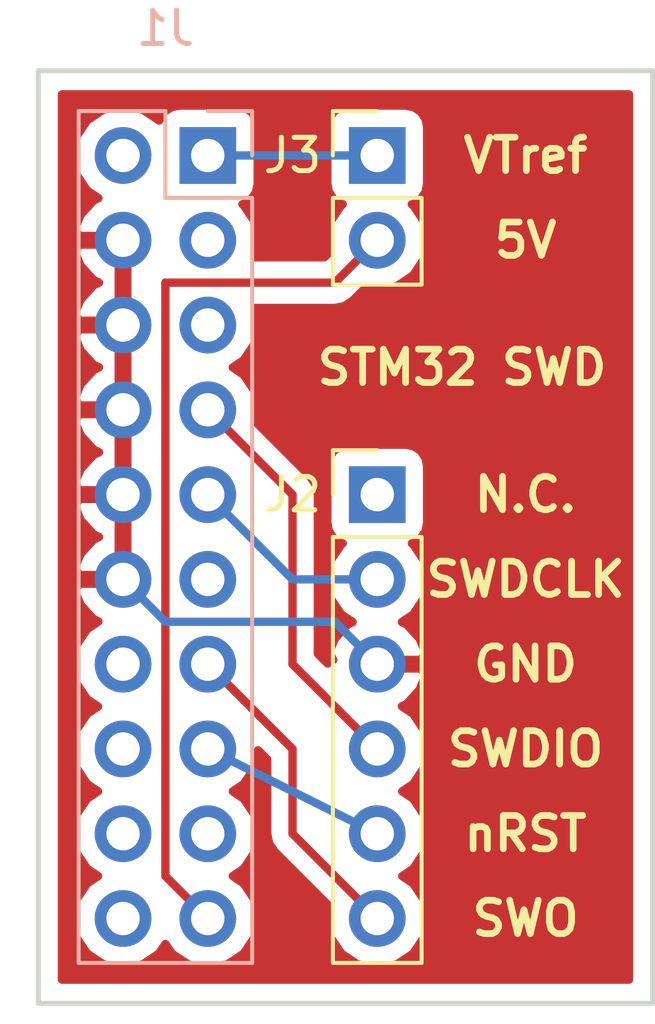
<source format=kicad_pcb>
(kicad_pcb (version 4) (host pcbnew 4.0.6)

  (general
    (links 11)
    (no_connects 0)
    (area 123.236667 100.835 142.950001 130.405)
    (thickness 1.6)
    (drawings 13)
    (tracks 22)
    (zones 0)
    (modules 3)
    (nets 18)
  )

  (page A4)
  (layers
    (0 F.Cu signal)
    (31 B.Cu signal)
    (32 B.Adhes user)
    (33 F.Adhes user)
    (34 B.Paste user)
    (35 F.Paste user)
    (36 B.SilkS user)
    (37 F.SilkS user)
    (38 B.Mask user)
    (39 F.Mask user)
    (40 Dwgs.User user)
    (41 Cmts.User user)
    (42 Eco1.User user)
    (43 Eco2.User user)
    (44 Edge.Cuts user)
    (45 Margin user)
    (46 B.CrtYd user)
    (47 F.CrtYd user)
    (48 B.Fab user)
    (49 F.Fab user)
  )

  (setup
    (last_trace_width 0.25)
    (trace_clearance 0.2)
    (zone_clearance 0.508)
    (zone_45_only no)
    (trace_min 0.2)
    (segment_width 0.2)
    (edge_width 0.15)
    (via_size 0.6)
    (via_drill 0.4)
    (via_min_size 0.4)
    (via_min_drill 0.3)
    (uvia_size 0.3)
    (uvia_drill 0.1)
    (uvias_allowed no)
    (uvia_min_size 0.2)
    (uvia_min_drill 0.1)
    (pcb_text_width 0.3)
    (pcb_text_size 1.5 1.5)
    (mod_edge_width 0.15)
    (mod_text_size 1 1)
    (mod_text_width 0.15)
    (pad_size 1.524 1.524)
    (pad_drill 0.762)
    (pad_to_mask_clearance 0.2)
    (aux_axis_origin 0 0)
    (visible_elements FFFFFF7F)
    (pcbplotparams
      (layerselection 0x00030_80000001)
      (usegerberextensions false)
      (excludeedgelayer true)
      (linewidth 0.100000)
      (plotframeref false)
      (viasonmask false)
      (mode 1)
      (useauxorigin false)
      (hpglpennumber 1)
      (hpglpenspeed 20)
      (hpglpendiameter 15)
      (hpglpenoverlay 2)
      (psnegative false)
      (psa4output false)
      (plotreference true)
      (plotvalue true)
      (plotinvisibletext false)
      (padsonsilk false)
      (subtractmaskfromsilk false)
      (outputformat 1)
      (mirror false)
      (drillshape 1)
      (scaleselection 1)
      (outputdirectory ""))
  )

  (net 0 "")
  (net 1 /VTref)
  (net 2 "Net-(J1-Pad2)")
  (net 3 "Net-(J1-Pad3)")
  (net 4 /GND)
  (net 5 "Net-(J1-Pad5)")
  (net 6 /SWDIO)
  (net 7 /SWCLK)
  (net 8 "Net-(J1-Pad11)")
  (net 9 /SWO)
  (net 10 "Net-(J1-Pad14)")
  (net 11 /nRST)
  (net 12 "Net-(J1-Pad16)")
  (net 13 "Net-(J1-Pad17)")
  (net 14 "Net-(J1-Pad18)")
  (net 15 /5V)
  (net 16 "Net-(J1-Pad20)")
  (net 17 "Net-(J2-Pad1)")

  (net_class Default "This is the default net class."
    (clearance 0.2)
    (trace_width 0.25)
    (via_dia 0.6)
    (via_drill 0.4)
    (uvia_dia 0.3)
    (uvia_drill 0.1)
    (add_net /5V)
    (add_net /GND)
    (add_net /SWCLK)
    (add_net /SWDIO)
    (add_net /SWO)
    (add_net /VTref)
    (add_net /nRST)
    (add_net "Net-(J1-Pad11)")
    (add_net "Net-(J1-Pad14)")
    (add_net "Net-(J1-Pad16)")
    (add_net "Net-(J1-Pad17)")
    (add_net "Net-(J1-Pad18)")
    (add_net "Net-(J1-Pad2)")
    (add_net "Net-(J1-Pad20)")
    (add_net "Net-(J1-Pad3)")
    (add_net "Net-(J1-Pad5)")
    (add_net "Net-(J2-Pad1)")
  )

  (module Pin_Headers:Pin_Header_Straight_2x10_Pitch2.54mm (layer B.Cu) (tedit 5AA6543C) (tstamp 5AA597EF)
    (at 129.54 104.14 180)
    (descr "Through hole straight pin header, 2x10, 2.54mm pitch, double rows")
    (tags "Through hole pin header THT 2x10 2.54mm double row")
    (path /5AA44AAC)
    (fp_text reference J1 (at 1.27 3.81 180) (layer B.SilkS)
      (effects (font (size 1 1) (thickness 0.15)) (justify mirror))
    )
    (fp_text value CONN_02X10 (at 1.27 -25.19 180) (layer B.Fab)
      (effects (font (size 1 1) (thickness 0.15)) (justify mirror))
    )
    (fp_line (start 0 1.27) (end 3.81 1.27) (layer B.Fab) (width 0.1))
    (fp_line (start 3.81 1.27) (end 3.81 -24.13) (layer B.Fab) (width 0.1))
    (fp_line (start 3.81 -24.13) (end -1.27 -24.13) (layer B.Fab) (width 0.1))
    (fp_line (start -1.27 -24.13) (end -1.27 0) (layer B.Fab) (width 0.1))
    (fp_line (start -1.27 0) (end 0 1.27) (layer B.Fab) (width 0.1))
    (fp_line (start -1.33 -24.19) (end 3.87 -24.19) (layer B.SilkS) (width 0.12))
    (fp_line (start -1.33 -1.27) (end -1.33 -24.19) (layer B.SilkS) (width 0.12))
    (fp_line (start 3.87 1.33) (end 3.87 -24.19) (layer B.SilkS) (width 0.12))
    (fp_line (start -1.33 -1.27) (end 1.27 -1.27) (layer B.SilkS) (width 0.12))
    (fp_line (start 1.27 -1.27) (end 1.27 1.33) (layer B.SilkS) (width 0.12))
    (fp_line (start 1.27 1.33) (end 3.87 1.33) (layer B.SilkS) (width 0.12))
    (fp_line (start -1.33 0) (end -1.33 1.33) (layer B.SilkS) (width 0.12))
    (fp_line (start -1.33 1.33) (end 0 1.33) (layer B.SilkS) (width 0.12))
    (fp_line (start -1.8 1.8) (end -1.8 -24.65) (layer B.CrtYd) (width 0.05))
    (fp_line (start -1.8 -24.65) (end 4.35 -24.65) (layer B.CrtYd) (width 0.05))
    (fp_line (start 4.35 -24.65) (end 4.35 1.8) (layer B.CrtYd) (width 0.05))
    (fp_line (start 4.35 1.8) (end -1.8 1.8) (layer B.CrtYd) (width 0.05))
    (fp_text user %R (at 1.27 -11.43 450) (layer B.Fab)
      (effects (font (size 1 1) (thickness 0.15)) (justify mirror))
    )
    (pad 1 thru_hole rect (at 0 0 180) (size 1.7 1.7) (drill 1) (layers *.Cu *.Mask)
      (net 1 /VTref))
    (pad 2 thru_hole oval (at 2.54 0 180) (size 1.7 1.7) (drill 1) (layers *.Cu *.Mask)
      (net 2 "Net-(J1-Pad2)"))
    (pad 3 thru_hole oval (at 0 -2.54 180) (size 1.7 1.7) (drill 1) (layers *.Cu *.Mask)
      (net 3 "Net-(J1-Pad3)"))
    (pad 4 thru_hole oval (at 2.54 -2.54 180) (size 1.7 1.7) (drill 1) (layers *.Cu *.Mask)
      (net 4 /GND))
    (pad 5 thru_hole oval (at 0 -5.08 180) (size 1.7 1.7) (drill 1) (layers *.Cu *.Mask)
      (net 5 "Net-(J1-Pad5)"))
    (pad 6 thru_hole oval (at 2.54 -5.08 180) (size 1.7 1.7) (drill 1) (layers *.Cu *.Mask)
      (net 4 /GND))
    (pad 7 thru_hole oval (at 0 -7.62 180) (size 1.7 1.7) (drill 1) (layers *.Cu *.Mask)
      (net 6 /SWDIO))
    (pad 8 thru_hole oval (at 2.54 -7.62 180) (size 1.7 1.7) (drill 1) (layers *.Cu *.Mask)
      (net 4 /GND))
    (pad 9 thru_hole oval (at 0 -10.16 180) (size 1.7 1.7) (drill 1) (layers *.Cu *.Mask)
      (net 7 /SWCLK))
    (pad 10 thru_hole oval (at 2.54 -10.16 180) (size 1.7 1.7) (drill 1) (layers *.Cu *.Mask)
      (net 4 /GND))
    (pad 11 thru_hole oval (at 0 -12.7 180) (size 1.7 1.7) (drill 1) (layers *.Cu *.Mask)
      (net 8 "Net-(J1-Pad11)"))
    (pad 12 thru_hole oval (at 2.54 -12.7 180) (size 1.7 1.7) (drill 1) (layers *.Cu *.Mask)
      (net 4 /GND))
    (pad 13 thru_hole oval (at 0 -15.24 180) (size 1.7 1.7) (drill 1) (layers *.Cu *.Mask)
      (net 9 /SWO))
    (pad 14 thru_hole oval (at 2.54 -15.24 180) (size 1.7 1.7) (drill 1) (layers *.Cu *.Mask)
      (net 10 "Net-(J1-Pad14)"))
    (pad 15 thru_hole oval (at 0 -17.78 180) (size 1.7 1.7) (drill 1) (layers *.Cu *.Mask)
      (net 11 /nRST))
    (pad 16 thru_hole oval (at 2.54 -17.78 180) (size 1.7 1.7) (drill 1) (layers *.Cu *.Mask)
      (net 12 "Net-(J1-Pad16)"))
    (pad 17 thru_hole oval (at 0 -20.32 180) (size 1.7 1.7) (drill 1) (layers *.Cu *.Mask)
      (net 13 "Net-(J1-Pad17)"))
    (pad 18 thru_hole oval (at 2.54 -20.32 180) (size 1.7 1.7) (drill 1) (layers *.Cu *.Mask)
      (net 14 "Net-(J1-Pad18)"))
    (pad 19 thru_hole oval (at 0 -22.86 180) (size 1.7 1.7) (drill 1) (layers *.Cu *.Mask)
      (net 15 /5V))
    (pad 20 thru_hole oval (at 2.54 -22.86 180) (size 1.7 1.7) (drill 1) (layers *.Cu *.Mask)
      (net 16 "Net-(J1-Pad20)"))
    (model ${KISYS3DMOD}/Pin_Headers.3dshapes/Pin_Header_Straight_2x10_Pitch2.54mm.wrl
      (at (xyz 0 0 0))
      (scale (xyz 1 1 1))
      (rotate (xyz 0 0 0))
    )
  )

  (module Pin_Headers:Pin_Header_Straight_1x06_Pitch2.54mm (layer F.Cu) (tedit 5AA65422) (tstamp 5AA59809)
    (at 134.62 114.3)
    (descr "Through hole straight pin header, 1x06, 2.54mm pitch, single row")
    (tags "Through hole pin header THT 1x06 2.54mm single row")
    (path /5AA44B05)
    (fp_text reference J2 (at -2.54 0) (layer F.SilkS)
      (effects (font (size 1 1) (thickness 0.15)))
    )
    (fp_text value CONN_01X06 (at 0 15.03) (layer F.Fab)
      (effects (font (size 1 1) (thickness 0.15)))
    )
    (fp_line (start -0.635 -1.27) (end 1.27 -1.27) (layer F.Fab) (width 0.1))
    (fp_line (start 1.27 -1.27) (end 1.27 13.97) (layer F.Fab) (width 0.1))
    (fp_line (start 1.27 13.97) (end -1.27 13.97) (layer F.Fab) (width 0.1))
    (fp_line (start -1.27 13.97) (end -1.27 -0.635) (layer F.Fab) (width 0.1))
    (fp_line (start -1.27 -0.635) (end -0.635 -1.27) (layer F.Fab) (width 0.1))
    (fp_line (start -1.33 14.03) (end 1.33 14.03) (layer F.SilkS) (width 0.12))
    (fp_line (start -1.33 1.27) (end -1.33 14.03) (layer F.SilkS) (width 0.12))
    (fp_line (start 1.33 1.27) (end 1.33 14.03) (layer F.SilkS) (width 0.12))
    (fp_line (start -1.33 1.27) (end 1.33 1.27) (layer F.SilkS) (width 0.12))
    (fp_line (start -1.33 0) (end -1.33 -1.33) (layer F.SilkS) (width 0.12))
    (fp_line (start -1.33 -1.33) (end 0 -1.33) (layer F.SilkS) (width 0.12))
    (fp_line (start -1.8 -1.8) (end -1.8 14.5) (layer F.CrtYd) (width 0.05))
    (fp_line (start -1.8 14.5) (end 1.8 14.5) (layer F.CrtYd) (width 0.05))
    (fp_line (start 1.8 14.5) (end 1.8 -1.8) (layer F.CrtYd) (width 0.05))
    (fp_line (start 1.8 -1.8) (end -1.8 -1.8) (layer F.CrtYd) (width 0.05))
    (fp_text user %R (at 0 6.35 90) (layer F.Fab)
      (effects (font (size 1 1) (thickness 0.15)))
    )
    (pad 1 thru_hole rect (at 0 0) (size 1.7 1.7) (drill 1) (layers *.Cu *.Mask)
      (net 17 "Net-(J2-Pad1)"))
    (pad 2 thru_hole oval (at 0 2.54) (size 1.7 1.7) (drill 1) (layers *.Cu *.Mask)
      (net 7 /SWCLK))
    (pad 3 thru_hole oval (at 0 5.08) (size 1.7 1.7) (drill 1) (layers *.Cu *.Mask)
      (net 4 /GND))
    (pad 4 thru_hole oval (at 0 7.62) (size 1.7 1.7) (drill 1) (layers *.Cu *.Mask)
      (net 6 /SWDIO))
    (pad 5 thru_hole oval (at 0 10.16) (size 1.7 1.7) (drill 1) (layers *.Cu *.Mask)
      (net 11 /nRST))
    (pad 6 thru_hole oval (at 0 12.7) (size 1.7 1.7) (drill 1) (layers *.Cu *.Mask)
      (net 9 /SWO))
    (model ${KISYS3DMOD}/Pin_Headers.3dshapes/Pin_Header_Straight_1x06_Pitch2.54mm.wrl
      (at (xyz 0 0 0))
      (scale (xyz 1 1 1))
      (rotate (xyz 0 0 0))
    )
  )

  (module Pin_Headers:Pin_Header_Straight_1x02_Pitch2.54mm (layer F.Cu) (tedit 5AA6541A) (tstamp 5AA5981F)
    (at 134.62 104.14)
    (descr "Through hole straight pin header, 1x02, 2.54mm pitch, single row")
    (tags "Through hole pin header THT 1x02 2.54mm single row")
    (path /5AA44BAF)
    (fp_text reference J3 (at -2.54 0) (layer F.SilkS)
      (effects (font (size 1 1) (thickness 0.15)))
    )
    (fp_text value CONN_01X02 (at 0 4.87) (layer F.Fab)
      (effects (font (size 1 1) (thickness 0.15)))
    )
    (fp_line (start -0.635 -1.27) (end 1.27 -1.27) (layer F.Fab) (width 0.1))
    (fp_line (start 1.27 -1.27) (end 1.27 3.81) (layer F.Fab) (width 0.1))
    (fp_line (start 1.27 3.81) (end -1.27 3.81) (layer F.Fab) (width 0.1))
    (fp_line (start -1.27 3.81) (end -1.27 -0.635) (layer F.Fab) (width 0.1))
    (fp_line (start -1.27 -0.635) (end -0.635 -1.27) (layer F.Fab) (width 0.1))
    (fp_line (start -1.33 3.87) (end 1.33 3.87) (layer F.SilkS) (width 0.12))
    (fp_line (start -1.33 1.27) (end -1.33 3.87) (layer F.SilkS) (width 0.12))
    (fp_line (start 1.33 1.27) (end 1.33 3.87) (layer F.SilkS) (width 0.12))
    (fp_line (start -1.33 1.27) (end 1.33 1.27) (layer F.SilkS) (width 0.12))
    (fp_line (start -1.33 0) (end -1.33 -1.33) (layer F.SilkS) (width 0.12))
    (fp_line (start -1.33 -1.33) (end 0 -1.33) (layer F.SilkS) (width 0.12))
    (fp_line (start -1.8 -1.8) (end -1.8 4.35) (layer F.CrtYd) (width 0.05))
    (fp_line (start -1.8 4.35) (end 1.8 4.35) (layer F.CrtYd) (width 0.05))
    (fp_line (start 1.8 4.35) (end 1.8 -1.8) (layer F.CrtYd) (width 0.05))
    (fp_line (start 1.8 -1.8) (end -1.8 -1.8) (layer F.CrtYd) (width 0.05))
    (fp_text user %R (at 0 1.27 90) (layer F.Fab)
      (effects (font (size 1 1) (thickness 0.15)))
    )
    (pad 1 thru_hole rect (at 0 0) (size 1.7 1.7) (drill 1) (layers *.Cu *.Mask)
      (net 1 /VTref))
    (pad 2 thru_hole oval (at 0 2.54) (size 1.7 1.7) (drill 1) (layers *.Cu *.Mask)
      (net 15 /5V))
    (model ${KISYS3DMOD}/Pin_Headers.3dshapes/Pin_Header_Straight_1x02_Pitch2.54mm.wrl
      (at (xyz 0 0 0))
      (scale (xyz 1 1 1))
      (rotate (xyz 0 0 0))
    )
  )

  (gr_text GND (at 139.065 119.38) (layer F.SilkS)
    (effects (font (size 1 1) (thickness 0.2)))
  )
  (gr_text "STM32 SWD" (at 137.16 110.49) (layer F.SilkS)
    (effects (font (size 1 1) (thickness 0.2)))
  )
  (gr_text SWO (at 139.065 127) (layer F.SilkS)
    (effects (font (size 1 1) (thickness 0.2)))
  )
  (gr_text nRST (at 139.065 124.46) (layer F.SilkS)
    (effects (font (size 1 1) (thickness 0.2)))
  )
  (gr_text SWDIO (at 139.065 121.92) (layer F.SilkS)
    (effects (font (size 1 1) (thickness 0.2)))
  )
  (gr_text SWDCLK (at 139.065 116.84) (layer F.SilkS)
    (effects (font (size 1 1) (thickness 0.2)))
  )
  (gr_text N.C. (at 139.065 114.3) (layer F.SilkS)
    (effects (font (size 1 1) (thickness 0.2)))
  )
  (gr_text 5V (at 139.065 106.68) (layer F.SilkS)
    (effects (font (size 1 1) (thickness 0.2)))
  )
  (gr_text VTref (at 139.065 104.14) (layer F.SilkS)
    (effects (font (size 1 1) (thickness 0.2)))
  )
  (gr_line (start 124.46 129.54) (end 124.46 101.6) (angle 90) (layer Edge.Cuts) (width 0.15))
  (gr_line (start 142.875 129.54) (end 124.46 129.54) (angle 90) (layer Edge.Cuts) (width 0.15))
  (gr_line (start 142.875 101.6) (end 142.875 129.54) (angle 90) (layer Edge.Cuts) (width 0.15))
  (gr_line (start 124.46 101.6) (end 142.875 101.6) (angle 90) (layer Edge.Cuts) (width 0.15))

  (segment (start 129.54 104.14) (end 134.62 104.14) (width 0.25) (layer B.Cu) (net 1))
  (segment (start 134.62 119.38) (end 133.35 118.11) (width 0.25) (layer B.Cu) (net 4))
  (segment (start 128.27 118.11) (end 127 116.84) (width 0.25) (layer B.Cu) (net 4) (tstamp 5AA5AD1C))
  (segment (start 133.35 118.11) (end 128.27 118.11) (width 0.25) (layer B.Cu) (net 4) (tstamp 5AA5AD17))
  (segment (start 129.54 111.76) (end 132.08 114.3) (width 0.25) (layer F.Cu) (net 6))
  (segment (start 132.08 119.38) (end 134.62 121.92) (width 0.25) (layer F.Cu) (net 6) (tstamp 5AA5AFE3))
  (segment (start 132.08 114.3) (end 132.08 119.38) (width 0.25) (layer F.Cu) (net 6) (tstamp 5AA5AFDF))
  (segment (start 129.54 114.3) (end 132.08 116.84) (width 0.25) (layer B.Cu) (net 7))
  (segment (start 132.08 116.84) (end 134.62 116.84) (width 0.25) (layer B.Cu) (net 7) (tstamp 5AA5ACFA))
  (segment (start 132.08 116.84) (end 132.08 116.84) (width 0.25) (layer B.Cu) (net 7) (tstamp 5AA5ACF9))
  (segment (start 134.62 116.84) (end 133.985 116.84) (width 0.25) (layer B.Cu) (net 7))
  (segment (start 133.985 116.84) (end 134.62 116.84) (width 0.25) (layer B.Cu) (net 7) (tstamp 5AA59B24))
  (segment (start 134.62 127) (end 132.08 124.46) (width 0.25) (layer F.Cu) (net 9))
  (segment (start 132.08 121.92) (end 129.54 119.38) (width 0.25) (layer F.Cu) (net 9) (tstamp 5AA5AFB0))
  (segment (start 132.08 124.46) (end 132.08 121.92) (width 0.25) (layer F.Cu) (net 9) (tstamp 5AA5AFAC))
  (segment (start 129.54 119.38) (end 129.54 119.38) (width 0.25) (layer F.Cu) (net 9) (tstamp 5AA5AFB7))
  (segment (start 129.54 121.92) (end 132.08 123.19) (width 0.25) (layer B.Cu) (net 11))
  (segment (start 132.08 123.19) (end 134.62 124.46) (width 0.25) (layer B.Cu) (net 11) (tstamp 5AA5AD45))
  (segment (start 129.54 127) (end 128.27 125.73) (width 0.25) (layer F.Cu) (net 15))
  (segment (start 133.35 107.95) (end 134.62 106.68) (width 0.25) (layer F.Cu) (net 15) (tstamp 5AA5AF32))
  (segment (start 128.27 107.95) (end 133.35 107.95) (width 0.25) (layer F.Cu) (net 15) (tstamp 5AA5AF18))
  (segment (start 128.27 125.73) (end 128.27 107.95) (width 0.25) (layer F.Cu) (net 15) (tstamp 5AA5AF17))

  (zone (net 4) (net_name /GND) (layer F.Cu) (tstamp 5AA59E4A) (hatch edge 0.508)
    (connect_pads (clearance 0.508))
    (min_thickness 0.254)
    (fill yes (arc_segments 16) (thermal_gap 0.508) (thermal_bridge_width 0.508))
    (polygon
      (pts
        (xy 142.875 129.54) (xy 124.46 129.54) (xy 124.46 101.6) (xy 142.875 101.6)
      )
    )
    (filled_polygon
      (pts
        (xy 142.165 128.83) (xy 125.17 128.83) (xy 125.17 114.65689) (xy 125.558524 114.65689) (xy 125.728355 115.066924)
        (xy 126.118642 115.495183) (xy 126.277954 115.57) (xy 126.118642 115.644817) (xy 125.728355 116.073076) (xy 125.558524 116.48311)
        (xy 125.679845 116.713) (xy 126.873 116.713) (xy 126.873 114.427) (xy 125.679845 114.427) (xy 125.558524 114.65689)
        (xy 125.17 114.65689) (xy 125.17 112.11689) (xy 125.558524 112.11689) (xy 125.728355 112.526924) (xy 126.118642 112.955183)
        (xy 126.277954 113.03) (xy 126.118642 113.104817) (xy 125.728355 113.533076) (xy 125.558524 113.94311) (xy 125.679845 114.173)
        (xy 126.873 114.173) (xy 126.873 111.887) (xy 125.679845 111.887) (xy 125.558524 112.11689) (xy 125.17 112.11689)
        (xy 125.17 109.57689) (xy 125.558524 109.57689) (xy 125.728355 109.986924) (xy 126.118642 110.415183) (xy 126.277954 110.49)
        (xy 126.118642 110.564817) (xy 125.728355 110.993076) (xy 125.558524 111.40311) (xy 125.679845 111.633) (xy 126.873 111.633)
        (xy 126.873 109.347) (xy 125.679845 109.347) (xy 125.558524 109.57689) (xy 125.17 109.57689) (xy 125.17 107.03689)
        (xy 125.558524 107.03689) (xy 125.728355 107.446924) (xy 126.118642 107.875183) (xy 126.277954 107.95) (xy 126.118642 108.024817)
        (xy 125.728355 108.453076) (xy 125.558524 108.86311) (xy 125.679845 109.093) (xy 126.873 109.093) (xy 126.873 106.807)
        (xy 125.679845 106.807) (xy 125.558524 107.03689) (xy 125.17 107.03689) (xy 125.17 104.14) (xy 125.485907 104.14)
        (xy 125.598946 104.708285) (xy 125.920853 105.190054) (xy 126.261553 105.417702) (xy 126.118642 105.484817) (xy 125.728355 105.913076)
        (xy 125.558524 106.32311) (xy 125.679845 106.553) (xy 126.873 106.553) (xy 126.873 106.533) (xy 127.127 106.533)
        (xy 127.127 106.553) (xy 127.147 106.553) (xy 127.147 106.807) (xy 127.127 106.807) (xy 127.127 109.093)
        (xy 127.147 109.093) (xy 127.147 109.347) (xy 127.127 109.347) (xy 127.127 111.633) (xy 127.147 111.633)
        (xy 127.147 111.887) (xy 127.127 111.887) (xy 127.127 114.173) (xy 127.147 114.173) (xy 127.147 114.427)
        (xy 127.127 114.427) (xy 127.127 116.713) (xy 127.147 116.713) (xy 127.147 116.967) (xy 127.127 116.967)
        (xy 127.127 116.987) (xy 126.873 116.987) (xy 126.873 116.967) (xy 125.679845 116.967) (xy 125.558524 117.19689)
        (xy 125.728355 117.606924) (xy 126.118642 118.035183) (xy 126.261553 118.102298) (xy 125.920853 118.329946) (xy 125.598946 118.811715)
        (xy 125.485907 119.38) (xy 125.598946 119.948285) (xy 125.920853 120.430054) (xy 126.250026 120.65) (xy 125.920853 120.869946)
        (xy 125.598946 121.351715) (xy 125.485907 121.92) (xy 125.598946 122.488285) (xy 125.920853 122.970054) (xy 126.250026 123.19)
        (xy 125.920853 123.409946) (xy 125.598946 123.891715) (xy 125.485907 124.46) (xy 125.598946 125.028285) (xy 125.920853 125.510054)
        (xy 126.250026 125.73) (xy 125.920853 125.949946) (xy 125.598946 126.431715) (xy 125.485907 127) (xy 125.598946 127.568285)
        (xy 125.920853 128.050054) (xy 126.402622 128.371961) (xy 126.970907 128.485) (xy 127.029093 128.485) (xy 127.597378 128.371961)
        (xy 128.079147 128.050054) (xy 128.27 127.764422) (xy 128.460853 128.050054) (xy 128.942622 128.371961) (xy 129.510907 128.485)
        (xy 129.569093 128.485) (xy 130.137378 128.371961) (xy 130.619147 128.050054) (xy 130.941054 127.568285) (xy 131.054093 127)
        (xy 130.941054 126.431715) (xy 130.619147 125.949946) (xy 130.289974 125.73) (xy 130.619147 125.510054) (xy 130.941054 125.028285)
        (xy 131.054093 124.46) (xy 130.941054 123.891715) (xy 130.619147 123.409946) (xy 130.289974 123.19) (xy 130.619147 122.970054)
        (xy 130.941054 122.488285) (xy 131.045981 121.960783) (xy 131.32 122.234802) (xy 131.32 124.46) (xy 131.377852 124.750839)
        (xy 131.542599 124.997401) (xy 133.17879 126.633592) (xy 133.105907 127) (xy 133.218946 127.568285) (xy 133.540853 128.050054)
        (xy 134.022622 128.371961) (xy 134.590907 128.485) (xy 134.649093 128.485) (xy 135.217378 128.371961) (xy 135.699147 128.050054)
        (xy 136.021054 127.568285) (xy 136.134093 127) (xy 136.021054 126.431715) (xy 135.699147 125.949946) (xy 135.369974 125.73)
        (xy 135.699147 125.510054) (xy 136.021054 125.028285) (xy 136.134093 124.46) (xy 136.021054 123.891715) (xy 135.699147 123.409946)
        (xy 135.369974 123.19) (xy 135.699147 122.970054) (xy 136.021054 122.488285) (xy 136.134093 121.92) (xy 136.021054 121.351715)
        (xy 135.699147 120.869946) (xy 135.358447 120.642298) (xy 135.501358 120.575183) (xy 135.891645 120.146924) (xy 136.061476 119.73689)
        (xy 135.940155 119.507) (xy 134.747 119.507) (xy 134.747 119.527) (xy 134.493 119.527) (xy 134.493 119.507)
        (xy 134.473 119.507) (xy 134.473 119.253) (xy 134.493 119.253) (xy 134.493 119.233) (xy 134.747 119.233)
        (xy 134.747 119.253) (xy 135.940155 119.253) (xy 136.061476 119.02311) (xy 135.891645 118.613076) (xy 135.501358 118.184817)
        (xy 135.358447 118.117702) (xy 135.699147 117.890054) (xy 136.021054 117.408285) (xy 136.134093 116.84) (xy 136.021054 116.271715)
        (xy 135.699147 115.789946) (xy 135.657548 115.76215) (xy 135.705317 115.753162) (xy 135.921441 115.61409) (xy 136.066431 115.40189)
        (xy 136.11744 115.15) (xy 136.11744 113.45) (xy 136.073162 113.214683) (xy 135.93409 112.998559) (xy 135.72189 112.853569)
        (xy 135.47 112.80256) (xy 133.77 112.80256) (xy 133.534683 112.846838) (xy 133.318559 112.98591) (xy 133.173569 113.19811)
        (xy 133.12256 113.45) (xy 133.12256 115.15) (xy 133.166838 115.385317) (xy 133.30591 115.601441) (xy 133.51811 115.746431)
        (xy 133.585541 115.760086) (xy 133.540853 115.789946) (xy 133.218946 116.271715) (xy 133.105907 116.84) (xy 133.218946 117.408285)
        (xy 133.540853 117.890054) (xy 133.881553 118.117702) (xy 133.738642 118.184817) (xy 133.348355 118.613076) (xy 133.178524 119.02311)
        (xy 133.299844 119.252998) (xy 133.135 119.252998) (xy 133.135 119.360198) (xy 132.84 119.065198) (xy 132.84 114.3)
        (xy 132.782148 114.009161) (xy 132.782148 114.00916) (xy 132.617401 113.762599) (xy 130.98121 112.126408) (xy 131.054093 111.76)
        (xy 130.941054 111.191715) (xy 130.619147 110.709946) (xy 130.289974 110.49) (xy 130.619147 110.270054) (xy 130.941054 109.788285)
        (xy 131.054093 109.22) (xy 130.952648 108.71) (xy 133.35 108.71) (xy 133.640839 108.652148) (xy 133.887401 108.487401)
        (xy 134.273031 108.101771) (xy 134.590907 108.165) (xy 134.649093 108.165) (xy 135.217378 108.051961) (xy 135.699147 107.730054)
        (xy 136.021054 107.248285) (xy 136.134093 106.68) (xy 136.021054 106.111715) (xy 135.699147 105.629946) (xy 135.657548 105.60215)
        (xy 135.705317 105.593162) (xy 135.921441 105.45409) (xy 136.066431 105.24189) (xy 136.11744 104.99) (xy 136.11744 103.29)
        (xy 136.073162 103.054683) (xy 135.93409 102.838559) (xy 135.72189 102.693569) (xy 135.47 102.64256) (xy 133.77 102.64256)
        (xy 133.534683 102.686838) (xy 133.318559 102.82591) (xy 133.173569 103.03811) (xy 133.12256 103.29) (xy 133.12256 104.99)
        (xy 133.166838 105.225317) (xy 133.30591 105.441441) (xy 133.51811 105.586431) (xy 133.585541 105.600086) (xy 133.540853 105.629946)
        (xy 133.218946 106.111715) (xy 133.105907 106.68) (xy 133.17879 107.046408) (xy 133.035198 107.19) (xy 130.952648 107.19)
        (xy 131.054093 106.68) (xy 130.941054 106.111715) (xy 130.619147 105.629946) (xy 130.577548 105.60215) (xy 130.625317 105.593162)
        (xy 130.841441 105.45409) (xy 130.986431 105.24189) (xy 131.03744 104.99) (xy 131.03744 103.29) (xy 130.993162 103.054683)
        (xy 130.85409 102.838559) (xy 130.64189 102.693569) (xy 130.39 102.64256) (xy 128.69 102.64256) (xy 128.454683 102.686838)
        (xy 128.238559 102.82591) (xy 128.093569 103.03811) (xy 128.082159 103.094454) (xy 128.079147 103.089946) (xy 127.597378 102.768039)
        (xy 127.029093 102.655) (xy 126.970907 102.655) (xy 126.402622 102.768039) (xy 125.920853 103.089946) (xy 125.598946 103.571715)
        (xy 125.485907 104.14) (xy 125.17 104.14) (xy 125.17 102.31) (xy 142.165 102.31)
      )
    )
  )
)

</source>
